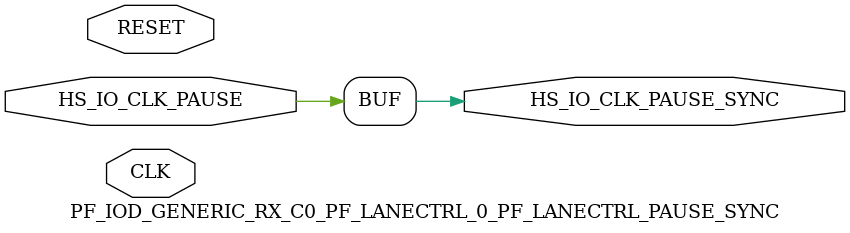
<source format=v>


module PF_IOD_GENERIC_RX_C0_PF_LANECTRL_0_PF_LANECTRL_PAUSE_SYNC( CLK, RESET, HS_IO_CLK_PAUSE, HS_IO_CLK_PAUSE_SYNC );
	
	input CLK, RESET, HS_IO_CLK_PAUSE;
	output HS_IO_CLK_PAUSE_SYNC;

	parameter ENABLE_PAUSE_EXTENSION = 2'b00;

	reg pause_reg_0, pause_reg_1, pause;
	wire pause_sync_0_i;

	generate 
		if( ENABLE_PAUSE_EXTENSION == 3'b000 ) begin : feed
			assign HS_IO_CLK_PAUSE_SYNC = HS_IO_CLK_PAUSE;
		end else if( ENABLE_PAUSE_EXTENSION == 3'b001 ) begin : pipe
			(* HS_IO_CLK_PAUSE_SYNC = 1, syn_keep = 1 *) SLE pause_sync_0(
				.CLK( CLK ),
				.D( HS_IO_CLK_PAUSE ),
				.Q( pause_sync_0_i ),
				.LAT( 1'b0 ),
				.EN( 1'b1 ),
				.ALn( ~RESET ),
				.ADn( 1'b1 ),
				.SLn( 1'b1 ),
				.SD( 1'b0 )
				);

			(* HS_IO_CLK_PAUSE_SYNC = 1, syn_keep = 1 *) SLE pause_sync (
				.CLK( CLK ),
				.D( pause_sync_0_i ),
				.Q( HS_IO_CLK_PAUSE_SYNC ),
				.LAT( 1'b0 ),
				.EN( 1'b1 ),
				.ALn( ~RESET ),
				.ADn( 1'b1 ),
				.SLn( 1'b1 ),
				.SD( 1'b0 )
				);
		end else if ( ENABLE_PAUSE_EXTENSION == 3'b010 ) begin : ext_pipe
			always @(posedge CLK or posedge RESET) begin : ext
				if( RESET == 1'b1 ) begin
					pause_reg_0 <= 1'b0;
					pause_reg_1 <= 1'b0;
					pause <= 1'b0;
				end else begin
					pause_reg_0 <= HS_IO_CLK_PAUSE;
					pause_reg_1 <= pause_reg_0;
					if( HS_IO_CLK_PAUSE == 1'b0 && pause_reg_0 ==1'b1 && pause_reg_1 == 1'b0 )
						pause <= 1'b1; // Extend by 1 cycle if the pulse is less than a cycle
					else
						pause <= HS_IO_CLK_PAUSE;
				end
			end

			(* HS_IO_CLK_PAUSE_SYNC = 1, syn_keep = 1 *) SLE pause_sync (
				.CLK( CLK ),
				.D( pause ),
				.Q( HS_IO_CLK_PAUSE_SYNC ),
				.LAT( 1'b0 ),
				.EN( 1'b1 ),
				.ALn( ~RESET ),
				.ADn( 1'b1 ),
				.SLn( 1'b1 ),
				.SD( 1'b0 )
				);
		end else if ( ENABLE_PAUSE_EXTENSION == 3'b011 ) begin : pipe_fall 
			(* HS_IO_CLK_PAUSE_SYNC = 1, syn_keep = 1 *) SLE pause_sync_0 (
				.CLK( CLK ),
				.D( HS_IO_CLK_PAUSE ),
				.Q( pause_sync_0_i ),
				.LAT( 1'b0 ),
				.EN( 1'b1 ),
				.ALn( ~RESET ),
				.ADn( 1'b1 ),
				.SLn( 1'b1 ),
				.SD( 1'b0 )
				);

			(* HS_IO_CLK_PAUSE_SYNC = 1, syn_keep = 1 *) SLE pause_sync (
				.CLK( ~CLK ),
				.D( pause_sync_0_i ),
				.Q( HS_IO_CLK_PAUSE_SYNC ),
				.LAT( 1'b0 ),
				.EN( 1'b1 ),
				.ALn( ~RESET ),
				.ADn( 1'b1 ),
				.SLn( 1'b1 ),
				.SD( 1'b0 )
				);
		end else if ( ENABLE_PAUSE_EXTENSION == 3'b100 ) begin : ext_pipe_fall 
			always @(posedge CLK or posedge RESET) begin : ext
				if( RESET == 1'b1 ) begin
					pause_reg_0 <= 1'b0;
					pause_reg_1 <= 1'b0;
					pause <= 1'b0;
				end else begin
					pause_reg_0 <= HS_IO_CLK_PAUSE;
					pause_reg_1 <= pause_reg_0;
					if( HS_IO_CLK_PAUSE == 1'b0 && pause_reg_0 ==1'b1 && pause_reg_1 == 1'b0 )
						pause <= 1'b1; // Extend by 1 cycle if the pulse is less than a cycle
					else
						pause <= HS_IO_CLK_PAUSE;
				end
			end

			(* HS_IO_CLK_PAUSE_SYNC = 1, syn_keep = 1 *) SLE pause_sync (
				.CLK( ~CLK ),
				.D( pause ),
				.Q( HS_IO_CLK_PAUSE_SYNC ),
				.LAT( 1'b0 ),
				.EN( 1'b1 ),
				.ALn( ~RESET ),
				.ADn( 1'b1 ),
				.SLn( 1'b1 ),
				.SD( 1'b0 )
				);
		end
	endgenerate

endmodule
</source>
